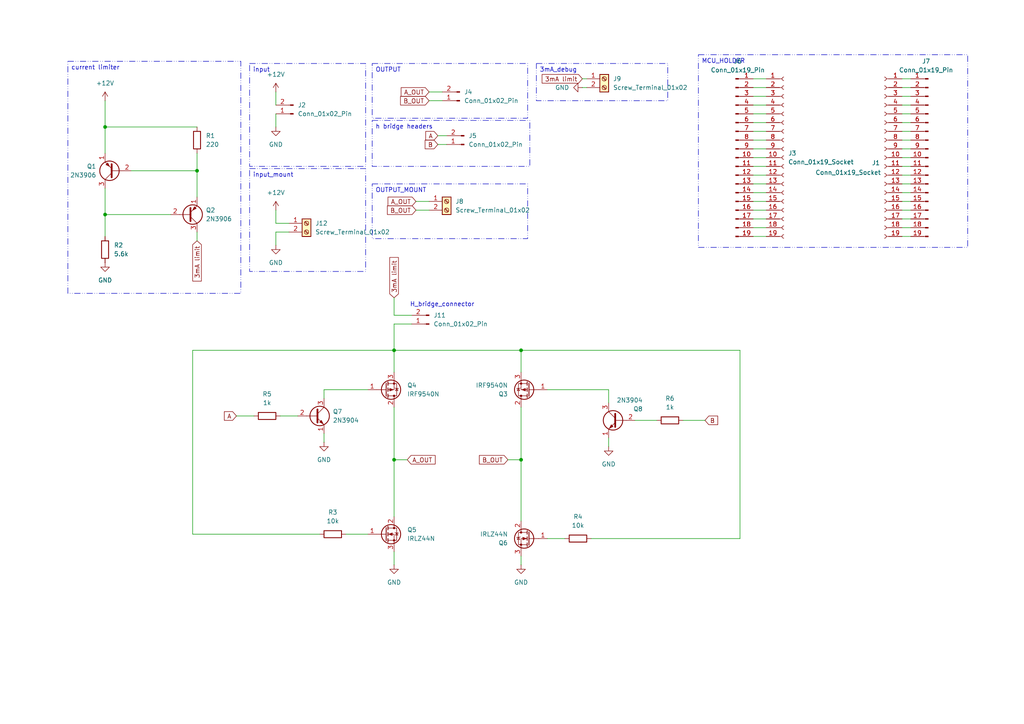
<source format=kicad_sch>
(kicad_sch (version 20250114) (generator "eeschema") (generator_version "9.0")
  (paper "A4")
  (lib_symbols
    (symbol "Connector:Conn_01x02_Pin" (pin_names (offset 1.016) (hide yes))
      (property "Reference" "J" (at 0 2.54 0))
      (property "Value" "Conn_01x02_Pin" (at 0 -5.08 0))
      (symbol "Conn_01x02_Pin_1_1"
        (rectangle (start 0.8636 0.127) (end 0 -0.127) (stroke (width 0.1524)) (fill (type outline)))
        (rectangle (start 0.8636 -2.413) (end 0 -2.667) (stroke (width 0.1524)) (fill (type outline)))
        (polyline (pts (xy 1.27 0) (xy 0.8636 0)) (stroke (width 0.1524)))
        (polyline (pts (xy 1.27 -2.54) (xy 0.8636 -2.54)) (stroke (width 0.1524)))
        (pin passive line (at 5.08 0 180) (length 3.81) (name "Pin_1") (number "1"))
        (pin passive line (at 5.08 -2.54 180) (length 3.81) (name "Pin_2") (number "2"))
      )
    )
    (symbol "Connector:Conn_01x19_Pin" (pin_names (offset 1.016) (hide yes))
      (property "Reference" "J" (at 0 25.4 0))
      (property "Value" "Conn_01x19_Pin" (at 0 -25.4 0))
      (symbol "Conn_01x19_Pin_1_1"
        (rectangle (start 0.8636 22.987) (end 0 22.733) (stroke (width 0.1524)) (fill (type outline)))
        (rectangle (start 0.8636 20.447) (end 0 20.193) (stroke (width 0.1524)) (fill (type outline)))
        (rectangle (start 0.8636 17.907) (end 0 17.653) (stroke (width 0.1524)) (fill (type outline)))
        (rectangle (start 0.8636 15.367) (end 0 15.113) (stroke (width 0.1524)) (fill (type outline)))
        (rectangle (start 0.8636 12.827) (end 0 12.573) (stroke (width 0.1524)) (fill (type outline)))
        (rectangle (start 0.8636 10.287) (end 0 10.033) (stroke (width 0.1524)) (fill (type outline)))
        (rectangle (start 0.8636 7.747) (end 0 7.493) (stroke (width 0.1524)) (fill (type outline)))
        (rectangle (start 0.8636 5.207) (end 0 4.953) (stroke (width 0.1524)) (fill (type outline)))
        (rectangle (start 0.8636 2.667) (end 0 2.413) (stroke (width 0.1524)) (fill (type outline)))
        (rectangle (start 0.8636 0.127) (end 0 -0.127) (stroke (width 0.1524)) (fill (type outline)))
        (rectangle (start 0.8636 -2.413) (end 0 -2.667) (stroke (width 0.1524)) (fill (type outline)))
        (rectangle (start 0.8636 -4.953) (end 0 -5.207) (stroke (width 0.1524)) (fill (type outline)))
        (rectangle (start 0.8636 -7.493) (end 0 -7.747) (stroke (width 0.1524)) (fill (type outline)))
        (rectangle (start 0.8636 -10.033) (end 0 -10.287) (stroke (width 0.1524)) (fill (type outline)))
        (rectangle (start 0.8636 -12.573) (end 0 -12.827) (stroke (width 0.1524)) (fill (type outline)))
        (rectangle (start 0.8636 -15.113) (end 0 -15.367) (stroke (width 0.1524)) (fill (type outline)))
        (rectangle (start 0.8636 -17.653) (end 0 -17.907) (stroke (width 0.1524)) (fill (type outline)))
        (rectangle (start 0.8636 -20.193) (end 0 -20.447) (stroke (width 0.1524)) (fill (type outline)))
        (rectangle (start 0.8636 -22.733) (end 0 -22.987) (stroke (width 0.1524)) (fill (type outline)))
        (polyline (pts (xy 1.27 22.86) (xy 0.8636 22.86)) (stroke (width 0.1524)))
        (polyline (pts (xy 1.27 20.32) (xy 0.8636 20.32)) (stroke (width 0.1524)))
        (polyline (pts (xy 1.27 17.78) (xy 0.8636 17.78)) (stroke (width 0.1524)))
        (polyline (pts (xy 1.27 15.24) (xy 0.8636 15.24)) (stroke (width 0.1524)))
        (polyline (pts (xy 1.27 12.7) (xy 0.8636 12.7)) (stroke (width 0.1524)))
        (polyline (pts (xy 1.27 10.16) (xy 0.8636 10.16)) (stroke (width 0.1524)))
        (polyline (pts (xy 1.27 7.62) (xy 0.8636 7.62)) (stroke (width 0.1524)))
        (polyline (pts (xy 1.27 5.08) (xy 0.8636 5.08)) (stroke (width 0.1524)))
        (polyline (pts (xy 1.27 2.54) (xy 0.8636 2.54)) (stroke (width 0.1524)))
        (polyline (pts (xy 1.27 0) (xy 0.8636 0)) (stroke (width 0.1524)))
        (polyline (pts (xy 1.27 -2.54) (xy 0.8636 -2.54)) (stroke (width 0.1524)))
        (polyline (pts (xy 1.27 -5.08) (xy 0.8636 -5.08)) (stroke (width 0.1524)))
        (polyline (pts (xy 1.27 -7.62) (xy 0.8636 -7.62)) (stroke (width 0.1524)))
        (polyline (pts (xy 1.27 -10.16) (xy 0.8636 -10.16)) (stroke (width 0.1524)))
        (polyline (pts (xy 1.27 -12.7) (xy 0.8636 -12.7)) (stroke (width 0.1524)))
        (polyline (pts (xy 1.27 -15.24) (xy 0.8636 -15.24)) (stroke (width 0.1524)))
        (polyline (pts (xy 1.27 -17.78) (xy 0.8636 -17.78)) (stroke (width 0.1524)))
        (polyline (pts (xy 1.27 -20.32) (xy 0.8636 -20.32)) (stroke (width 0.1524)))
        (polyline (pts (xy 1.27 -22.86) (xy 0.8636 -22.86)) (stroke (width 0.1524)))
        (pin passive line (at 5.08 22.86 180) (length 3.81) (name "Pin_1") (number "1"))
        (pin passive line (at 5.08 20.32 180) (length 3.81) (name "Pin_2") (number "2"))
        (pin passive line (at 5.08 17.78 180) (length 3.81) (name "Pin_3") (number "3"))
        (pin passive line (at 5.08 15.24 180) (length 3.81) (name "Pin_4") (number "4"))
        (pin passive line (at 5.08 12.7 180) (length 3.81) (name "Pin_5") (number "5"))
        (pin passive line (at 5.08 10.16 180) (length 3.81) (name "Pin_6") (number "6"))
        (pin passive line (at 5.08 7.62 180) (length 3.81) (name "Pin_7") (number "7"))
        (pin passive line (at 5.08 5.08 180) (length 3.81) (name "Pin_8") (number "8"))
        (pin passive line (at 5.08 2.54 180) (length 3.81) (name "Pin_9") (number "9"))
        (pin passive line (at 5.08 0 180) (length 3.81) (name "Pin_10") (number "10"))
        (pin passive line (at 5.08 -2.54 180) (length 3.81) (name "Pin_11") (number "11"))
        (pin passive line (at 5.08 -5.08 180) (length 3.81) (name "Pin_12") (number "12"))
        (pin passive line (at 5.08 -7.62 180) (length 3.81) (name "Pin_13") (number "13"))
        (pin passive line (at 5.08 -10.16 180) (length 3.81) (name "Pin_14") (number "14"))
        (pin passive line (at 5.08 -12.7 180) (length 3.81) (name "Pin_15") (number "15"))
        (pin passive line (at 5.08 -15.24 180) (length 3.81) (name "Pin_16") (number "16"))
        (pin passive line (at 5.08 -17.78 180) (length 3.81) (name "Pin_17") (number "17"))
        (pin passive line (at 5.08 -20.32 180) (length 3.81) (name "Pin_18") (number "18"))
        (pin passive line (at 5.08 -22.86 180) (length 3.81) (name "Pin_19") (number "19"))
      )
    )
    (symbol "Connector:Conn_01x19_Socket" (pin_names (offset 1.016) (hide yes))
      (property "Reference" "J" (at 0 25.4 0))
      (property "Value" "Conn_01x19_Socket" (at 0 -25.4 0))
      (symbol "Conn_01x19_Socket_1_1"
        (polyline (pts (xy -1.27 22.86) (xy -0.508 22.86)) (stroke (width 0.1524)))
        (polyline (pts (xy -1.27 20.32) (xy -0.508 20.32)) (stroke (width 0.1524)))
        (polyline (pts (xy -1.27 17.78) (xy -0.508 17.78)) (stroke (width 0.1524)))
        (polyline (pts (xy -1.27 15.24) (xy -0.508 15.24)) (stroke (width 0.1524)))
        (polyline (pts (xy -1.27 12.7) (xy -0.508 12.7)) (stroke (width 0.1524)))
        (polyline (pts (xy -1.27 10.16) (xy -0.508 10.16)) (stroke (width 0.1524)))
        (polyline (pts (xy -1.27 7.62) (xy -0.508 7.62)) (stroke (width 0.1524)))
        (polyline (pts (xy -1.27 5.08) (xy -0.508 5.08)) (stroke (width 0.1524)))
        (polyline (pts (xy -1.27 2.54) (xy -0.508 2.54)) (stroke (width 0.1524)))
        (polyline (pts (xy -1.27 0) (xy -0.508 0)) (stroke (width 0.1524)))
        (polyline (pts (xy -1.27 -2.54) (xy -0.508 -2.54)) (stroke (width 0.1524)))
        (polyline (pts (xy -1.27 -5.08) (xy -0.508 -5.08)) (stroke (width 0.1524)))
        (polyline (pts (xy -1.27 -7.62) (xy -0.508 -7.62)) (stroke (width 0.1524)))
        (polyline (pts (xy -1.27 -10.16) (xy -0.508 -10.16)) (stroke (width 0.1524)))
        (polyline (pts (xy -1.27 -12.7) (xy -0.508 -12.7)) (stroke (width 0.1524)))
        (polyline (pts (xy -1.27 -15.24) (xy -0.508 -15.24)) (stroke (width 0.1524)))
        (polyline (pts (xy -1.27 -17.78) (xy -0.508 -17.78)) (stroke (width 0.1524)))
        (polyline (pts (xy -1.27 -20.32) (xy -0.508 -20.32)) (stroke (width 0.1524)))
        (polyline (pts (xy -1.27 -22.86) (xy -0.508 -22.86)) (stroke (width 0.1524)))
        (arc (start 0 22.352) (mid -0.5058 22.86) (end 0 23.368) (stroke (width 0.1524)))
        (arc (start 0 19.812) (mid -0.5058 20.32) (end 0 20.828) (stroke (width 0.1524)))
        (arc (start 0 17.272) (mid -0.5058 17.78) (end 0 18.288) (stroke (width 0.1524)))
        (arc (start 0 14.732) (mid -0.5058 15.24) (end 0 15.748) (stroke (width 0.1524)))
        (arc (start 0 12.192) (mid -0.5058 12.7) (end 0 13.208) (stroke (width 0.1524)))
        (arc (start 0 9.652) (mid -0.5058 10.16) (end 0 10.668) (stroke (width 0.1524)))
        (arc (start 0 7.112) (mid -0.5058 7.62) (end 0 8.128) (stroke (width 0.1524)))
        (arc (start 0 4.572) (mid -0.5058 5.08) (end 0 5.588) (stroke (width 0.1524)))
        (arc (start 0 2.032) (mid -0.5058 2.54) (end 0 3.048) (stroke (width 0.1524)))
        (arc (start 0 -0.508) (mid -0.5058 0) (end 0 0.508) (stroke (width 0.1524)))
        (arc (start 0 -3.048) (mid -0.5058 -2.54) (end 0 -2.032) (stroke (width 0.1524)))
        (arc (start 0 -5.588) (mid -0.5058 -5.08) (end 0 -4.572) (stroke (width 0.1524)))
        (arc (start 0 -8.128) (mid -0.5058 -7.62) (end 0 -7.112) (stroke (width 0.1524)))
        (arc (start 0 -10.668) (mid -0.5058 -10.16) (end 0 -9.652) (stroke (width 0.1524)))
        (arc (start 0 -13.208) (mid -0.5058 -12.7) (end 0 -12.192) (stroke (width 0.1524)))
        (arc (start 0 -15.748) (mid -0.5058 -15.24) (end 0 -14.732) (stroke (width 0.1524)))
        (arc (start 0 -18.288) (mid -0.5058 -17.78) (end 0 -17.272) (stroke (width 0.1524)))
        (arc (start 0 -20.828) (mid -0.5058 -20.32) (end 0 -19.812) (stroke (width 0.1524)))
        (arc (start 0 -23.368) (mid -0.5058 -22.86) (end 0 -22.352) (stroke (width 0.1524)))
        (pin passive line (at -5.08 22.86 0) (length 3.81) (name "Pin_1") (number "1"))
        (pin passive line (at -5.08 20.32 0) (length 3.81) (name "Pin_2") (number "2"))
        (pin passive line (at -5.08 17.78 0) (length 3.81) (name "Pin_3") (number "3"))
        (pin passive line (at -5.08 15.24 0) (length 3.81) (name "Pin_4") (number "4"))
        (pin passive line (at -5.08 12.7 0) (length 3.81) (name "Pin_5") (number "5"))
        (pin passive line (at -5.08 10.16 0) (length 3.81) (name "Pin_6") (number "6"))
        (pin passive line (at -5.08 7.62 0) (length 3.81) (name "Pin_7") (number "7"))
        (pin passive line (at -5.08 5.08 0) (length 3.81) (name "Pin_8") (number "8"))
        (pin passive line (at -5.08 2.54 0) (length 3.81) (name "Pin_9") (number "9"))
        (pin passive line (at -5.08 0 0) (length 3.81) (name "Pin_10") (number "10"))
        (pin passive line (at -5.08 -2.54 0) (length 3.81) (name "Pin_11") (number "11"))
        (pin passive line (at -5.08 -5.08 0) (length 3.81) (name "Pin_12") (number "12"))
        (pin passive line (at -5.08 -7.62 0) (length 3.81) (name "Pin_13") (number "13"))
        (pin passive line (at -5.08 -10.16 0) (length 3.81) (name "Pin_14") (number "14"))
        (pin passive line (at -5.08 -12.7 0) (length 3.81) (name "Pin_15") (number "15"))
        (pin passive line (at -5.08 -15.24 0) (length 3.81) (name "Pin_16") (number "16"))
        (pin passive line (at -5.08 -17.78 0) (length 3.81) (name "Pin_17") (number "17"))
        (pin passive line (at -5.08 -20.32 0) (length 3.81) (name "Pin_18") (number "18"))
        (pin passive line (at -5.08 -22.86 0) (length 3.81) (name "Pin_19") (number "19"))
      )
    )
    (symbol "Connector:Screw_Terminal_01x02" (pin_names (offset 1.016) (hide yes))
      (property "Reference" "J" (at 0 2.54 0))
      (property "Value" "Screw_Terminal_01x02" (at 0 -5.08 0))
      (symbol "Screw_Terminal_01x02_1_1"
        (rectangle (start -1.27 1.27) (end 1.27 -3.81) (stroke (width 0.254)) (fill (type background)))
        (polyline (pts (xy -0.5334 0.3302) (xy 0.3302 -0.508)) (stroke (width 0.1524)))
        (polyline (pts (xy -0.5334 -2.2098) (xy 0.3302 -3.048)) (stroke (width 0.1524)))
        (polyline (pts (xy -0.3556 0.508) (xy 0.508 -0.3302)) (stroke (width 0.1524)))
        (polyline (pts (xy -0.3556 -2.032) (xy 0.508 -2.8702)) (stroke (width 0.1524)))
        (circle (center 0 0) (radius 0.635) (stroke (width 0.1524)))
        (circle (center 0 -2.54) (radius 0.635) (stroke (width 0.1524)))
        (pin passive line (at -5.08 0 0) (length 3.81) (name "Pin_1") (number "1"))
        (pin passive line (at -5.08 -2.54 0) (length 3.81) (name "Pin_2") (number "2"))
      )
    )
    (symbol "Device:R" (pin_numbers (hide yes)) (pin_names (offset 0))
      (property "Reference" "R" (at 2.032 0 90))
      (property "Value" "R" (at 0 0 90))
      (symbol "R_0_1"
        (rectangle (start -1.016 -2.54) (end 1.016 2.54) (stroke (width 0.254)))
      )
      (symbol "R_1_1"
        (pin passive line (at 0 3.81 270) (length 1.27) (name "~") (number "1"))
        (pin passive line (at 0 -3.81 90) (length 1.27) (name "~") (number "2"))
      )
    )
    (symbol "Transistor_BJT:2N3904" (pin_names (offset 0) (hide yes))
      (property "Reference" "Q" (at 5.08 1.905 0))
      (property "Value" "2N3904" (at 5.08 0 0))
      (symbol "2N3904_0_1"
        (polyline (pts (xy -2.54 0) (xy 0.635 0)))
        (polyline (pts (xy 0.635 1.905) (xy 0.635 -1.905)) (stroke (width 0.508)))
        (circle (center 1.27 0) (radius 2.8194) (stroke (width 0.254)))
      )
      (symbol "2N3904_1_1"
        (polyline (pts (xy 0.635 0.635) (xy 2.54 2.54)))
        (polyline (pts (xy 0.635 -0.635) (xy 2.54 -2.54)))
        (polyline (pts (xy 1.27 -1.778) (xy 1.778 -1.27) (xy 2.286 -2.286) (xy 1.27 -1.778)) (fill (type outline)))
        (pin input line (at -5.08 0 0) (length 2.54) (name "B") (number "2"))
        (pin passive line (at 2.54 5.08 270) (length 2.54) (name "C") (number "3"))
        (pin passive line (at 2.54 -5.08 90) (length 2.54) (name "E") (number "1"))
      )
    )
    (symbol "Transistor_BJT:2N3906" (pin_names (offset 0) (hide yes))
      (property "Reference" "Q" (at 5.08 1.905 0))
      (property "Value" "2N3906" (at 5.08 0 0))
      (symbol "2N3906_0_1"
        (polyline (pts (xy -2.54 0) (xy 0.635 0)))
        (polyline (pts (xy 0.635 1.905) (xy 0.635 -1.905)) (stroke (width 0.508)))
        (polyline (pts (xy 0.635 0.635) (xy 2.54 2.54)))
        (polyline (pts (xy 0.635 -0.635) (xy 2.54 -2.54)))
        (circle (center 1.27 0) (radius 2.8194) (stroke (width 0.254)))
        (polyline (pts (xy 2.286 -1.778) (xy 1.778 -2.286) (xy 1.27 -1.27) (xy 2.286 -1.778)) (fill (type outline)))
      )
      (symbol "2N3906_1_1"
        (pin input line (at -5.08 0 0) (length 2.54) (name "B") (number "2"))
        (pin passive line (at 2.54 5.08 270) (length 2.54) (name "C") (number "3"))
        (pin passive line (at 2.54 -5.08 90) (length 2.54) (name "E") (number "1"))
      )
    )
    (symbol "Transistor_FET:IRF9540N" (pin_names (hide yes))
      (property "Reference" "Q" (at 5.08 1.905 0))
      (property "Value" "IRF9540N" (at 5.08 0 0))
      (symbol "IRF9540N_0_1"
        (polyline (pts (xy 0.254 1.905) (xy 0.254 -1.905)) (stroke (width 0.254)))
        (polyline (pts (xy 0.254 0) (xy -2.54 0)))
        (polyline (pts (xy 0.762 2.286) (xy 0.762 1.27)) (stroke (width 0.254)))
        (polyline (pts (xy 0.762 1.778) (xy 3.302 1.778) (xy 3.302 -1.778) (xy 0.762 -1.778)))
        (polyline (pts (xy 0.762 0.508) (xy 0.762 -0.508)) (stroke (width 0.254)))
        (polyline (pts (xy 0.762 -1.27) (xy 0.762 -2.286)) (stroke (width 0.254)))
        (circle (center 1.651 0) (radius 2.794) (stroke (width 0.254)))
        (polyline (pts (xy 2.286 0) (xy 1.27 0.381) (xy 1.27 -0.381) (xy 2.286 0)) (fill (type outline)))
        (polyline (pts (xy 2.54 2.54) (xy 2.54 1.778)))
        (circle (center 2.54 1.778) (radius 0.254) (fill (type outline)))
        (circle (center 2.54 -1.778) (radius 0.254) (fill (type outline)))
        (polyline (pts (xy 2.54 -2.54) (xy 2.54 0) (xy 0.762 0)))
        (polyline (pts (xy 2.794 -0.508) (xy 2.921 -0.381) (xy 3.683 -0.381) (xy 3.81 -0.254)))
        (polyline (pts (xy 3.302 -0.381) (xy 2.921 0.254) (xy 3.683 0.254) (xy 3.302 -0.381)))
      )
      (symbol "IRF9540N_1_1"
        (pin input line (at -5.08 0 0) (length 2.54) (name "G") (number "1"))
        (pin passive line (at 2.54 5.08 270) (length 2.54) (name "D") (number "2"))
        (pin passive line (at 2.54 -5.08 90) (length 2.54) (name "S") (number "3"))
      )
    )
    (symbol "Transistor_FET:IRLZ44N" (pin_names (hide yes))
      (property "Reference" "Q" (at 5.08 1.905 0))
      (property "Value" "IRLZ44N" (at 5.08 0 0))
      (symbol "IRLZ44N_0_1"
        (polyline (pts (xy 0.254 1.905) (xy 0.254 -1.905)) (stroke (width 0.254)))
        (polyline (pts (xy 0.254 0) (xy -2.54 0)))
        (polyline (pts (xy 0.762 2.286) (xy 0.762 1.27)) (stroke (width 0.254)))
        (polyline (pts (xy 0.762 0.508) (xy 0.762 -0.508)) (stroke (width 0.254)))
        (polyline (pts (xy 0.762 -1.27) (xy 0.762 -2.286)) (stroke (width 0.254)))
        (polyline (pts (xy 0.762 -1.778) (xy 3.302 -1.778) (xy 3.302 1.778) (xy 0.762 1.778)))
        (polyline (pts (xy 1.016 0) (xy 2.032 0.381) (xy 2.032 -0.381) (xy 1.016 0)) (fill (type outline)))
        (circle (center 1.651 0) (radius 2.794) (stroke (width 0.254)))
        (polyline (pts (xy 2.54 2.54) (xy 2.54 1.778)))
        (circle (center 2.54 1.778) (radius 0.254) (fill (type outline)))
        (circle (center 2.54 -1.778) (radius 0.254) (fill (type outline)))
        (polyline (pts (xy 2.54 -2.54) (xy 2.54 0) (xy 0.762 0)))
        (polyline (pts (xy 2.794 0.508) (xy 2.921 0.381) (xy 3.683 0.381) (xy 3.81 0.254)))
        (polyline (pts (xy 3.302 0.381) (xy 2.921 -0.254) (xy 3.683 -0.254) (xy 3.302 0.381)))
      )
      (symbol "IRLZ44N_1_1"
        (pin input line (at -5.08 0 0) (length 2.54) (name "G") (number "1"))
        (pin passive line (at 2.54 5.08 270) (length 2.54) (name "D") (number "2"))
        (pin passive line (at 2.54 -5.08 90) (length 2.54) (name "S") (number "3"))
      )
    )
    (symbol "power:+12V" (power) (pin_numbers (hide yes)) (pin_names (offset 0) (hide yes))
      (property "Value" "+12V" (at 0 3.556 0))
      (symbol "+12V_0_1"
        (polyline (pts (xy -0.762 1.27) (xy 0 2.54)))
        (polyline (pts (xy 0 2.54) (xy 0.762 1.27)))
        (polyline (pts (xy 0 0) (xy 0 2.54)))
      )
      (symbol "+12V_1_1"
        (pin power_in line (at 0 0 90) (length 0) (name "~") (number "1"))
      )
    )
    (symbol "power:GND" (power) (pin_numbers (hide yes)) (pin_names (offset 0) (hide yes))
      (property "Value" "GND" (at 0 -3.81 0))
      (symbol "GND_0_1"
        (polyline (pts (xy 0 0) (xy 0 -1.27) (xy 1.27 -1.27) (xy 0 -2.54) (xy -1.27 -1.27) (xy 0 -1.27)))
      )
      (symbol "GND_1_1"
        (pin power_in line (at 0 0 270) (length 0) (name "~") (number "1"))
      )
    )
  )
  (text "H_bridge_connector" (at 128.27 88.392 0) (effects (font (size 1.27 1.27))))
  (text_box "input_mount\n" (at 72.39 48.895 0) (size 33.655 29.845) (margins 0.9525 0.9525 0.9525 0.9525) (stroke (width 0) (type dash_dot_dot)) (effects (font (size 1.27 1.27)) (justify left top)))
  (text_box "3mA_debug\n" (at 155.575 18.415 0) (size 38.1 10.795) (margins 0.9525 0.9525 0.9525 0.9525) (stroke (width 0) (type dash_dot_dot)) (effects (font (size 1.27 1.27)) (justify left top)))
  (text_box "MCU_HOLDER\n" (at 202.565 15.875 0) (size 78.105 55.88) (margins 0.9525 0.9525 0.9525 0.9525) (stroke (width 0) (type dash_dot_dot)) (effects (font (size 1.27 1.27)) (justify left top)))
  (text_box "input" (at 72.39 18.415 0) (size 33.655 29.845) (margins 0.9525 0.9525 0.9525 0.9525) (stroke (width 0) (type dash_dot_dot)) (effects (font (size 1.27 1.27)) (justify left top)))
  (text_box "OUTPUT_MOUNT\n\n" (at 107.95 53.34 0) (size 45.085 15.875) (margins 0.9525 0.9525 0.9525 0.9525) (stroke (width 0) (type dash_dot_dot)) (effects (font (size 1.27 1.27)) (justify left top)))
  (text_box "h bridge headers\n" (at 107.95 34.925 0) (size 45.72 13.335) (margins 0.9525 0.9525 0.9525 0.9525) (stroke (width 0) (type dash_dot_dot)) (effects (font (size 1.27 1.27)) (justify left top)))
  (text_box "current limiter\n" (at 19.685 17.78 0) (size 50.165 67.31) (margins 0.9525 0.9525 0.9525 0.9525) (stroke (width 0) (type dash_dot_dot)) (effects (font (size 1.27 1.27)) (justify left top)))
  (text_box "OUTPUT\n" (at 107.95 18.415 0) (size 45.085 15.875) (margins 0.9525 0.9525 0.9525 0.9525) (stroke (width 0) (type dash_dot_dot)) (effects (font (size 1.27 1.27)) (justify left top)))
  (junction (at 151.13 133.35))
  (junction (at 30.48 36.83))
  (junction (at 57.15 49.53))
  (junction (at 114.3 133.35))
  (junction (at 30.48 62.23))
  (junction (at 114.3 101.6))
  (junction (at 151.13 101.6))
  (wire (pts (xy 114.3 93.98) (xy 114.3 101.6)))
  (wire (pts (xy 80.01 67.31) (xy 80.01 71.12)))
  (wire (pts (xy 30.48 36.83) (xy 30.48 44.45)))
  (wire (pts (xy 218.44 60.96) (xy 222.25 60.96)))
  (wire (pts (xy 264.16 58.42) (xy 261.62 58.42)))
  (wire (pts (xy 120.65 60.96) (xy 124.46 60.96)))
  (wire (pts (xy 30.48 62.23) (xy 49.53 62.23)))
  (wire (pts (xy 218.44 50.8) (xy 222.25 50.8)))
  (wire (pts (xy 57.15 49.53) (xy 57.15 57.15)))
  (wire (pts (xy 264.16 50.8) (xy 261.62 50.8)))
  (wire (pts (xy 264.16 68.58) (xy 261.62 68.58)))
  (wire (pts (xy 218.44 30.48) (xy 222.25 30.48)))
  (wire (pts (xy 264.16 45.72) (xy 261.62 45.72)))
  (wire (pts (xy 81.28 120.65) (xy 86.36 120.65)))
  (wire (pts (xy 264.16 60.96) (xy 261.62 60.96)))
  (wire (pts (xy 151.13 133.35) (xy 151.13 151.13)))
  (wire (pts (xy 57.15 67.31) (xy 57.15 69.85)))
  (wire (pts (xy 218.44 45.72) (xy 222.25 45.72)))
  (wire (pts (xy 264.16 25.4) (xy 261.62 25.4)))
  (wire (pts (xy 264.16 38.1) (xy 261.62 38.1)))
  (wire (pts (xy 218.44 55.88) (xy 222.25 55.88)))
  (wire (pts (xy 218.44 35.56) (xy 222.25 35.56)))
  (wire (pts (xy 127 39.37) (xy 129.54 39.37)))
  (wire (pts (xy 151.13 101.6) (xy 114.3 101.6)))
  (wire (pts (xy 218.44 27.94) (xy 222.25 27.94)))
  (wire (pts (xy 114.3 133.35) (xy 118.11 133.35)))
  (wire (pts (xy 264.16 30.48) (xy 261.62 30.48)))
  (wire (pts (xy 264.16 66.04) (xy 261.62 66.04)))
  (wire (pts (xy 80.01 64.77) (xy 83.82 64.77)))
  (wire (pts (xy 55.88 154.94) (xy 92.71 154.94)))
  (wire (pts (xy 55.88 154.94) (xy 55.88 101.6)))
  (wire (pts (xy 30.48 29.21) (xy 30.48 36.83)))
  (wire (pts (xy 214.63 101.6) (xy 151.13 101.6)))
  (wire (pts (xy 264.16 53.34) (xy 261.62 53.34)))
  (wire (pts (xy 114.3 118.11) (xy 114.3 133.35)))
  (wire (pts (xy 119.38 93.98) (xy 114.3 93.98)))
  (wire (pts (xy 93.98 125.73) (xy 93.98 128.27)))
  (wire (pts (xy 218.44 58.42) (xy 222.25 58.42)))
  (wire (pts (xy 55.88 101.6) (xy 114.3 101.6)))
  (wire (pts (xy 264.16 35.56) (xy 261.62 35.56)))
  (wire (pts (xy 264.16 27.94) (xy 261.62 27.94)))
  (wire (pts (xy 264.16 33.02) (xy 261.62 33.02)))
  (wire (pts (xy 218.44 53.34) (xy 222.25 53.34)))
  (wire (pts (xy 218.44 22.86) (xy 222.25 22.86)))
  (wire (pts (xy 127 41.91) (xy 129.54 41.91)))
  (wire (pts (xy 114.3 107.95) (xy 114.3 101.6)))
  (wire (pts (xy 168.91 25.4) (xy 170.18 25.4)))
  (wire (pts (xy 80.01 26.67) (xy 80.01 30.48)))
  (wire (pts (xy 176.53 113.03) (xy 158.75 113.03)))
  (wire (pts (xy 120.65 58.42) (xy 124.46 58.42)))
  (wire (pts (xy 176.53 116.84) (xy 176.53 113.03)))
  (wire (pts (xy 93.98 115.57) (xy 93.98 113.03)))
  (wire (pts (xy 264.16 55.88) (xy 261.62 55.88)))
  (wire (pts (xy 176.53 127) (xy 176.53 129.54)))
  (wire (pts (xy 114.3 86.36) (xy 114.3 91.44)))
  (wire (pts (xy 264.16 22.86) (xy 261.62 22.86)))
  (wire (pts (xy 264.16 43.18) (xy 261.62 43.18)))
  (wire (pts (xy 214.63 156.21) (xy 214.63 101.6)))
  (wire (pts (xy 218.44 48.26) (xy 222.25 48.26)))
  (wire (pts (xy 38.1 49.53) (xy 57.15 49.53)))
  (wire (pts (xy 80.01 67.31) (xy 83.82 67.31)))
  (wire (pts (xy 218.44 38.1) (xy 222.25 38.1)))
  (wire (pts (xy 218.44 40.64) (xy 222.25 40.64)))
  (wire (pts (xy 57.15 44.45) (xy 57.15 49.53)))
  (wire (pts (xy 218.44 63.5) (xy 222.25 63.5)))
  (wire (pts (xy 114.3 160.02) (xy 114.3 163.83)))
  (wire (pts (xy 80.01 33.02) (xy 80.01 36.83)))
  (wire (pts (xy 114.3 91.44) (xy 119.38 91.44)))
  (wire (pts (xy 147.32 133.35) (xy 151.13 133.35)))
  (wire (pts (xy 124.46 26.67) (xy 128.27 26.67)))
  (wire (pts (xy 30.48 62.23) (xy 30.48 68.58)))
  (wire (pts (xy 171.45 156.21) (xy 214.63 156.21)))
  (wire (pts (xy 198.12 121.92) (xy 204.47 121.92)))
  (wire (pts (xy 151.13 161.29) (xy 151.13 163.83)))
  (wire (pts (xy 30.48 36.83) (xy 57.15 36.83)))
  (wire (pts (xy 151.13 118.11) (xy 151.13 133.35)))
  (wire (pts (xy 218.44 25.4) (xy 222.25 25.4)))
  (wire (pts (xy 93.98 113.03) (xy 106.68 113.03)))
  (wire (pts (xy 80.01 60.96) (xy 80.01 64.77)))
  (wire (pts (xy 218.44 33.02) (xy 222.25 33.02)))
  (wire (pts (xy 114.3 133.35) (xy 114.3 149.86)))
  (wire (pts (xy 100.33 154.94) (xy 106.68 154.94)))
  (wire (pts (xy 264.16 63.5) (xy 261.62 63.5)))
  (wire (pts (xy 151.13 107.95) (xy 151.13 101.6)))
  (wire (pts (xy 218.44 66.04) (xy 222.25 66.04)))
  (wire (pts (xy 168.91 22.86) (xy 170.18 22.86)))
  (wire (pts (xy 158.75 156.21) (xy 163.83 156.21)))
  (wire (pts (xy 30.48 54.61) (xy 30.48 62.23)))
  (wire (pts (xy 264.16 40.64) (xy 261.62 40.64)))
  (wire (pts (xy 184.15 121.92) (xy 190.5 121.92)))
  (wire (pts (xy 124.46 29.21) (xy 128.27 29.21)))
  (wire (pts (xy 218.44 68.58) (xy 222.25 68.58)))
  (wire (pts (xy 264.16 48.26) (xy 261.62 48.26)))
  (wire (pts (xy 218.44 43.18) (xy 222.25 43.18)))
  (wire (pts (xy 68.58 120.65) (xy 73.66 120.65)))
  (global_label "B_OUT" (shape input) (at 120.65 60.96 180) (property "Intersheetrefs" "${INTERSHEET_REFS}" (effects (hide yes))))
  (global_label "3mA limit" (shape input) (at 168.91 22.86 180) (property "Intersheetrefs" "${INTERSHEET_REFS}" (effects (hide yes))))
  (global_label "B_OUT" (shape input) (at 147.32 133.35 180) (property "Intersheetrefs" "${INTERSHEET_REFS}" (effects (hide yes))))
  (global_label "3mA limit" (shape input) (at 114.3 86.36 90) (property "Intersheetrefs" "${INTERSHEET_REFS}" (effects (hide yes))))
  (global_label "A" (shape input) (at 127 39.37 180) (property "Intersheetrefs" "${INTERSHEET_REFS}" (effects (hide yes))))
  (global_label "A_OUT" (shape input) (at 120.65 58.42 180) (property "Intersheetrefs" "${INTERSHEET_REFS}" (effects (hide yes))))
  (global_label "B_OUT" (shape input) (at 124.46 29.21 180) (property "Intersheetrefs" "${INTERSHEET_REFS}" (effects (hide yes))))
  (global_label "B" (shape input) (at 204.47 121.92 0) (property "Intersheetrefs" "${INTERSHEET_REFS}" (effects (hide yes))))
  (global_label "B" (shape input) (at 127 41.91 180) (property "Intersheetrefs" "${INTERSHEET_REFS}" (effects (hide yes))))
  (global_label "A_OUT" (shape input) (at 124.46 26.67 180) (property "Intersheetrefs" "${INTERSHEET_REFS}" (effects (hide yes))))
  (global_label "A_OUT" (shape input) (at 118.11 133.35 0) (property "Intersheetrefs" "${INTERSHEET_REFS}" (effects (hide yes))))
  (global_label "A" (shape input) (at 68.58 120.65 180) (property "Intersheetrefs" "${INTERSHEET_REFS}" (effects (hide yes))))
  (global_label "3mA limit" (shape input) (at 57.15 69.85 270) (property "Intersheetrefs" "${INTERSHEET_REFS}" (effects (hide yes))))
  (symbol (lib_id "power:+12V") (at 80.01 26.67 0) (unit 1)
    (property "Reference" "#PWR07" (effects (hide yes)))
    (property "Value" "+12V" (at 80.01 21.59 0))
    (property "Description" "Power symbol creates a global label with name \"+12V\"" (effects (hide yes)))
  )
  (symbol (lib_id "Connector:Conn_01x19_Pin") (at 269.24 45.72 0) (mirror y) (unit 1)
    (property "Reference" "J7" (at 268.605 17.78 0))
    (property "Value" "Conn_01x19_Pin" (at 268.605 20.32 0))
    (property "Footprint" "Connector_PinHeader_2.54mm:PinHeader_1x19_P2.54mm_Vertical" (effects (hide yes)))
    (property "Description" "Generic connector, single row, 01x19, script generated" (effects (hide yes)))
  )
  (symbol (lib_id "Device:R") (at 96.52 154.94 90) (unit 1)
    (property "Reference" "R3" (at 96.52 148.59 90))
    (property "Value" "10k" (at 96.52 151.13 90))
    (property "Footprint" "Resistor_THT:R_Axial_DIN0204_L3.6mm_D1.6mm_P2.54mm_Vertical" (effects (hide yes)))
    (property "Description" "Resistor" (effects (hide yes)))
  )
  (symbol (lib_id "power:GND") (at 176.53 129.54 0) (unit 1)
    (property "Reference" "#PWR05" (effects (hide yes)))
    (property "Value" "GND" (at 176.53 134.62 0))
    (property "Description" "Power symbol creates a global label with name \"GND\" , ground" (effects (hide yes)))
  )
  (symbol (lib_id "Connector:Conn_01x19_Socket") (at 227.33 45.72 0) (unit 1)
    (property "Reference" "J3" (at 228.6 44.4499 0) (effects (justify left)))
    (property "Value" "Conn_01x19_Socket" (at 228.6 46.9899 0) (effects (justify left)))
    (property "Footprint" "Connector_PinSocket_2.54mm:PinSocket_1x19_P2.54mm_Vertical" (effects (hide yes)))
    (property "Description" "Generic connector, single row, 01x19, script generated" (effects (hide yes)))
  )
  (symbol (lib_id "Connector:Conn_01x02_Pin") (at 134.62 41.91 180) (unit 1)
    (property "Reference" "J5" (at 135.89 39.3699 0) (effects (justify right)))
    (property "Value" "Conn_01x02_Pin" (at 135.89 41.9099 0) (effects (justify right)))
    (property "Footprint" "Connector_PinHeader_2.54mm:PinHeader_1x02_P2.54mm_Vertical" (effects (hide yes)))
    (property "Description" "Generic connector, single row, 01x02, script generated" (effects (hide yes)))
  )
  (symbol (lib_id "Connector:Conn_01x02_Pin") (at 124.46 93.98 180) (unit 1)
    (property "Reference" "J11" (at 125.73 91.4399 0) (effects (justify right)))
    (property "Value" "Conn_01x02_Pin" (at 125.73 93.9799 0) (effects (justify right)))
    (property "Footprint" "Connector_PinHeader_2.54mm:PinHeader_1x02_P2.54mm_Vertical" (effects (hide yes)))
    (property "Description" "Generic connector, single row, 01x02, script generated" (effects (hide yes)))
  )
  (symbol (lib_id "Connector:Conn_01x02_Pin") (at 133.35 29.21 180) (unit 1)
    (property "Reference" "J4" (at 134.62 26.6699 0) (effects (justify right)))
    (property "Value" "Conn_01x02_Pin" (at 134.62 29.2099 0) (effects (justify right)))
    (property "Footprint" "Connector_PinHeader_2.54mm:PinHeader_1x02_P2.54mm_Vertical" (effects (hide yes)))
    (property "Description" "Generic connector, single row, 01x02, script generated" (effects (hide yes)))
  )
  (symbol (lib_id "power:GND") (at 80.01 36.83 0) (unit 1)
    (property "Reference" "#PWR08" (effects (hide yes)))
    (property "Value" "GND" (at 80.01 41.91 0))
    (property "Description" "Power symbol creates a global label with name \"GND\" , ground" (effects (hide yes)))
  )
  (symbol (lib_id "Transistor_FET:IRF9540N") (at 111.76 113.03 0) (mirror x) (unit 1)
    (property "Reference" "Q4" (at 118.11 111.7599 0) (effects (justify left)))
    (property "Value" "IRF9540N" (at 118.11 114.2999 0) (effects (justify left)))
    (property "Footprint" "Package_TO_SOT_THT:TO-220-3_Vertical" (effects (hide yes)))
    (property "Datasheet" "http://www.irf.com/product-info/datasheets/data/irf9540n.pdf" (effects (hide yes)))
    (property "Description" "-23A Id, -100V Vds, 117mOhm Rds, P-Channel HEXFET Power MOSFET, TO-220" (effects (hide yes)))
  )
  (symbol (lib_id "power:GND") (at 151.13 163.83 0) (unit 1)
    (property "Reference" "#PWR04" (effects (hide yes)))
    (property "Value" "GND" (at 151.13 168.91 0))
    (property "Description" "Power symbol creates a global label with name \"GND\" , ground" (effects (hide yes)))
  )
  (symbol (lib_id "Connector:Conn_01x19_Pin") (at 213.36 45.72 0) (unit 1)
    (property "Reference" "J6" (at 213.995 17.78 0))
    (property "Value" "Conn_01x19_Pin" (at 213.995 20.32 0))
    (property "Footprint" "Connector_PinHeader_2.54mm:PinHeader_1x19_P2.54mm_Vertical" (effects (hide yes)))
    (property "Description" "Generic connector, single row, 01x19, script generated" (effects (hide yes)))
  )
  (symbol (lib_id "Transistor_FET:IRLZ44N") (at 153.67 156.21 0) (mirror y) (unit 1)
    (property "Reference" "Q6" (at 147.32 157.4801 0) (effects (justify left)))
    (property "Value" "IRLZ44N" (at 147.32 154.9401 0) (effects (justify left)))
    (property "Footprint" "Package_TO_SOT_THT:TO-220-3_Vertical" (effects (hide yes)))
    (property "Datasheet" "http://www.irf.com/product-info/datasheets/data/irlz44n.pdf" (effects (hide yes)))
    (property "Description" "47A Id, 55V Vds, 22mOhm Rds Single N-Channel HEXFET Power MOSFET, TO-220AB" (effects (hide yes)))
  )
  (symbol (lib_id "Device:R") (at 167.64 156.21 90) (unit 1)
    (property "Reference" "R4" (at 167.64 149.86 90))
    (property "Value" "10k" (at 167.64 152.4 90))
    (property "Footprint" "Resistor_THT:R_Axial_DIN0204_L3.6mm_D1.6mm_P2.54mm_Vertical" (effects (hide yes)))
    (property "Description" "Resistor" (effects (hide yes)))
  )
  (symbol (lib_id "power:GND") (at 80.01 71.12 0) (unit 1)
    (property "Reference" "#PWR010" (effects (hide yes)))
    (property "Value" "GND" (at 80.01 76.2 0))
    (property "Description" "Power symbol creates a global label with name \"GND\" , ground" (effects (hide yes)))
  )
  (symbol (lib_id "Device:R") (at 30.48 72.39 0) (unit 1)
    (property "Reference" "R2" (at 33.02 71.1199 0) (effects (justify left)))
    (property "Value" "5.6k" (at 33.02 73.6599 0) (effects (justify left)))
    (property "Footprint" "Resistor_THT:R_Axial_DIN0204_L3.6mm_D1.6mm_P2.54mm_Vertical" (effects (hide yes)))
    (property "Description" "Resistor" (effects (hide yes)))
  )
  (symbol (lib_id "Connector:Screw_Terminal_01x02") (at 129.54 58.42 0) (unit 1)
    (property "Reference" "J8" (at 132.08 58.4199 0) (effects (justify left)))
    (property "Value" "Screw_Terminal_01x02" (at 132.08 60.9599 0) (effects (justify left)))
    (property "Footprint" "TerminalBlock:TerminalBlock_Xinya_XY308-2.54-2P_1x02_P2.54mm_Horizontal" (effects (hide yes)))
    (property "Description" "Generic screw terminal, single row, 01x02, script generated (kicad-library-utils/schlib/autogen/connector/)" (effects (hide yes)))
  )
  (symbol (lib_id "power:+12V") (at 80.01 60.96 0) (unit 1)
    (property "Reference" "#PWR09" (effects (hide yes)))
    (property "Value" "+12V" (at 80.01 55.88 0))
    (property "Description" "Power symbol creates a global label with name \"+12V\"" (effects (hide yes)))
  )
  (symbol (lib_id "Transistor_BJT:2N3904") (at 91.44 120.65 0) (unit 1)
    (property "Reference" "Q7" (at 96.52 119.3799 0) (effects (justify left)))
    (property "Value" "2N3904" (at 96.52 121.9199 0) (effects (justify left)))
    (property "Footprint" "Package_TO_SOT_THT:TO-92_Inline" (effects (hide yes)))
    (property "Datasheet" "https://www.onsemi.com/pub/Collateral/2N3903-D.PDF" (effects (hide yes)))
    (property "Description" "0.2A Ic, 40V Vce, Small Signal NPN Transistor, TO-92" (effects (hide yes)))
  )
  (symbol (lib_id "Device:R") (at 194.31 121.92 90) (unit 1)
    (property "Reference" "R6" (at 194.31 115.57 90))
    (property "Value" "1k" (at 194.31 118.11 90))
    (property "Footprint" "Resistor_THT:R_Axial_DIN0204_L3.6mm_D1.6mm_P2.54mm_Vertical" (effects (hide yes)))
    (property "Description" "Resistor" (effects (hide yes)))
  )
  (symbol (lib_id "power:+12V") (at 30.48 29.21 0) (unit 1)
    (property "Reference" "#PWR01" (effects (hide yes)))
    (property "Value" "+12V" (at 30.48 24.13 0))
    (property "Description" "Power symbol creates a global label with name \"+12V\"" (effects (hide yes)))
  )
  (symbol (lib_id "Transistor_BJT:2N3904") (at 179.07 121.92 0) (mirror y) (unit 1)
    (property "Reference" "Q8" (at 186.436 118.618 0) (effects (justify left)))
    (property "Value" "2N3904" (at 186.436 116.078 0) (effects (justify left)))
    (property "Footprint" "Package_TO_SOT_THT:TO-92_Inline" (effects (hide yes)))
    (property "Datasheet" "https://www.onsemi.com/pub/Collateral/2N3903-D.PDF" (effects (hide yes)))
    (property "Description" "0.2A Ic, 40V Vce, Small Signal NPN Transistor, TO-92" (effects (hide yes)))
  )
  (symbol (lib_id "power:GND") (at 30.48 76.2 0) (unit 1)
    (property "Reference" "#PWR02" (effects (hide yes)))
    (property "Value" "GND" (at 30.48 81.28 0))
    (property "Description" "Power symbol creates a global label with name \"GND\" , ground" (effects (hide yes)))
  )
  (symbol (lib_id "Connector:Screw_Terminal_01x02") (at 175.26 22.86 0) (unit 1)
    (property "Reference" "J9" (at 177.8 22.8599 0) (effects (justify left)))
    (property "Value" "Screw_Terminal_01x02" (at 177.8 25.3999 0) (effects (justify left)))
    (property "Footprint" "TerminalBlock:TerminalBlock_Xinya_XY308-2.54-2P_1x02_P2.54mm_Horizontal" (effects (hide yes)))
    (property "Description" "Generic screw terminal, single row, 01x02, script generated (kicad-library-utils/schlib/autogen/connector/)" (effects (hide yes)))
  )
  (symbol (lib_id "power:GND") (at 93.98 128.27 0) (unit 1)
    (property "Reference" "#PWR06" (effects (hide yes)))
    (property "Value" "GND" (at 93.98 133.35 0))
    (property "Description" "Power symbol creates a global label with name \"GND\" , ground" (effects (hide yes)))
  )
  (symbol (lib_id "Transistor_FET:IRF9540N") (at 153.67 113.03 180) (unit 1)
    (property "Reference" "Q3" (at 147.32 114.3001 0) (effects (justify left)))
    (property "Value" "IRF9540N" (at 147.32 111.7601 0) (effects (justify left)))
    (property "Footprint" "Package_TO_SOT_THT:TO-220-3_Vertical" (effects (hide yes)))
    (property "Datasheet" "http://www.irf.com/product-info/datasheets/data/irf9540n.pdf" (effects (hide yes)))
    (property "Description" "-23A Id, -100V Vds, 117mOhm Rds, P-Channel HEXFET Power MOSFET, TO-220" (effects (hide yes)))
  )
  (symbol (lib_id "power:GND") (at 168.91 25.4 270) (unit 1)
    (property "Reference" "#PWR011" (effects (hide yes)))
    (property "Value" "GND" (at 165.1 25.3999 90) (effects (justify right)))
    (property "Description" "Power symbol creates a global label with name \"GND\" , ground" (effects (hide yes)))
  )
  (symbol (lib_id "Connector:Conn_01x19_Socket") (at 256.54 45.72 0) (mirror y) (unit 1)
    (property "Reference" "J1" (at 255.27 47.244 0) (effects (justify left)))
    (property "Value" "Conn_01x19_Socket" (at 255.524 50.038 0) (effects (justify left)))
    (property "Footprint" "Connector_PinSocket_2.54mm:PinSocket_1x19_P2.54mm_Vertical" (effects (hide yes)))
    (property "Description" "Generic connector, single row, 01x19, script generated" (effects (hide yes)))
  )
  (symbol (lib_id "Device:R") (at 57.15 40.64 180) (unit 1)
    (property "Reference" "R1" (at 59.69 39.3699 0) (effects (justify right)))
    (property "Value" "220" (at 59.69 41.9099 0) (effects (justify right)))
    (property "Footprint" "Resistor_THT:R_Axial_DIN0204_L3.6mm_D1.6mm_P2.54mm_Vertical" (effects (hide yes)))
    (property "Description" "Resistor" (effects (hide yes)))
  )
  (symbol (lib_id "Device:R") (at 77.47 120.65 90) (unit 1)
    (property "Reference" "R5" (at 77.47 114.3 90))
    (property "Value" "1k" (at 77.47 116.84 90))
    (property "Footprint" "Resistor_THT:R_Axial_DIN0204_L3.6mm_D1.6mm_P2.54mm_Vertical" (effects (hide yes)))
    (property "Description" "Resistor" (effects (hide yes)))
  )
  (symbol (lib_id "Transistor_FET:IRLZ44N") (at 111.76 154.94 0) (unit 1)
    (property "Reference" "Q5" (at 118.11 153.6699 0) (effects (justify left)))
    (property "Value" "IRLZ44N" (at 118.11 156.2099 0) (effects (justify left)))
    (property "Footprint" "Package_TO_SOT_THT:TO-220-3_Vertical" (effects (hide yes)))
    (property "Datasheet" "http://www.irf.com/product-info/datasheets/data/irlz44n.pdf" (effects (hide yes)))
    (property "Description" "47A Id, 55V Vds, 22mOhm Rds Single N-Channel HEXFET Power MOSFET, TO-220AB" (effects (hide yes)))
  )
  (symbol (lib_id "Connector:Screw_Terminal_01x02") (at 88.9 64.77 0) (unit 1)
    (property "Reference" "J12" (at 91.44 64.7699 0) (effects (justify left)))
    (property "Value" "Screw_Terminal_01x02" (at 91.44 67.3099 0) (effects (justify left)))
    (property "Footprint" "TerminalBlock:TerminalBlock_Xinya_XY308-2.54-2P_1x02_P2.54mm_Horizontal" (effects (hide yes)))
    (property "Description" "Generic screw terminal, single row, 01x02, script generated (kicad-library-utils/schlib/autogen/connector/)" (effects (hide yes)))
  )
  (symbol (lib_id "Transistor_BJT:2N3906") (at 54.61 62.23 0) (mirror x) (unit 1)
    (property "Reference" "Q2" (at 59.69 60.9599 0) (effects (justify left)))
    (property "Value" "2N3906" (at 59.69 63.4999 0) (effects (justify left)))
    (property "Footprint" "Package_TO_SOT_THT:TO-92_Inline" (effects (hide yes)))
    (property "Datasheet" "https://www.onsemi.com/pub/Collateral/2N3906-D.PDF" (effects (hide yes)))
    (property "Description" "-0.2A Ic, -40V Vce, Small Signal PNP Transistor, TO-92" (effects (hide yes)))
  )
  (symbol (lib_id "Transistor_BJT:2N3906") (at 33.02 49.53 180) (unit 1)
    (property "Reference" "Q1" (at 27.94 48.2599 0) (effects (justify left)))
    (property "Value" "2N3906" (at 27.94 50.7999 0) (effects (justify left)))
    (property "Footprint" "Package_TO_SOT_THT:TO-92_Inline" (effects (hide yes)))
    (property "Datasheet" "https://www.onsemi.com/pub/Collateral/2N3906-D.PDF" (effects (hide yes)))
    (property "Description" "-0.2A Ic, -40V Vce, Small Signal PNP Transistor, TO-92" (effects (hide yes)))
  )
  (symbol (lib_id "Connector:Conn_01x02_Pin") (at 85.09 33.02 180) (unit 1)
    (property "Reference" "J2" (at 86.36 30.4799 0) (effects (justify right)))
    (property "Value" "Conn_01x02_Pin" (at 86.36 33.0199 0) (effects (justify right)))
    (property "Footprint" "Connector_PinHeader_2.54mm:PinHeader_1x02_P2.54mm_Vertical" (effects (hide yes)))
    (property "Description" "Generic connector, single row, 01x02, script generated" (effects (hide yes)))
  )
  (symbol (lib_id "power:GND") (at 114.3 163.83 0) (unit 1)
    (property "Reference" "#PWR03" (effects (hide yes)))
    (property "Value" "GND" (at 114.3 168.91 0))
    (property "Description" "Power symbol creates a global label with name \"GND\" , ground" (effects (hide yes)))
  )
)
</source>
